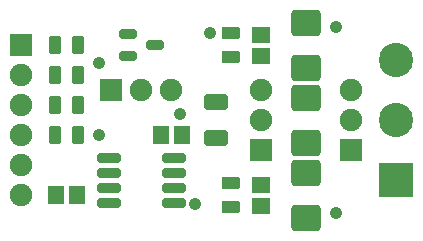
<source format=gbr>
%TF.GenerationSoftware,Altium Limited,Altium Designer,21.3.0 (21)*%
G04 Layer_Color=8388736*
%FSLAX45Y45*%
%MOMM*%
%TF.SameCoordinates,FC24DA46-C209-461C-A341-196A143AB96F*%
%TF.FilePolarity,Negative*%
%TF.FileFunction,Soldermask,Top*%
%TF.Part,Single*%
G01*
G75*
%TA.AperFunction,ComponentPad*%
%ADD29C,1.90320*%
%ADD30R,1.90320X1.90320*%
%ADD31R,2.90320X2.90320*%
%ADD32C,2.90320*%
%ADD33R,1.90320X1.90320*%
%TA.AperFunction,ViaPad*%
%ADD34C,1.06680*%
%TA.AperFunction,SMDPad,CuDef*%
G04:AMPARAMS|DCode=39|XSize=1.4732mm|YSize=0.8032mm|CornerRadius=0.1616mm|HoleSize=0mm|Usage=FLASHONLY|Rotation=0.000|XOffset=0mm|YOffset=0mm|HoleType=Round|Shape=RoundedRectangle|*
%AMROUNDEDRECTD39*
21,1,1.47320,0.48000,0,0,0.0*
21,1,1.15000,0.80320,0,0,0.0*
1,1,0.32320,0.57500,-0.24000*
1,1,0.32320,-0.57500,-0.24000*
1,1,0.32320,-0.57500,0.24000*
1,1,0.32320,0.57500,0.24000*
%
%ADD39ROUNDEDRECTD39*%
G04:AMPARAMS|DCode=40|XSize=0.8032mm|YSize=1.9812mm|CornerRadius=0.1616mm|HoleSize=0mm|Usage=FLASHONLY|Rotation=90.000|XOffset=0mm|YOffset=0mm|HoleType=Round|Shape=RoundedRectangle|*
%AMROUNDEDRECTD40*
21,1,0.80320,1.65800,0,0,90.0*
21,1,0.48000,1.98120,0,0,90.0*
1,1,0.32320,0.82900,0.24000*
1,1,0.32320,0.82900,-0.24000*
1,1,0.32320,-0.82900,-0.24000*
1,1,0.32320,-0.82900,0.24000*
%
%ADD40ROUNDEDRECTD40*%
G04:AMPARAMS|DCode=41|XSize=2.4892mm|YSize=2.2352mm|CornerRadius=0.3048mm|HoleSize=0mm|Usage=FLASHONLY|Rotation=0.000|XOffset=0mm|YOffset=0mm|HoleType=Round|Shape=RoundedRectangle|*
%AMROUNDEDRECTD41*
21,1,2.48920,1.62560,0,0,0.0*
21,1,1.87960,2.23520,0,0,0.0*
1,1,0.60960,0.93980,-0.81280*
1,1,0.60960,-0.93980,-0.81280*
1,1,0.60960,-0.93980,0.81280*
1,1,0.60960,0.93980,0.81280*
%
%ADD41ROUNDEDRECTD41*%
G04:AMPARAMS|DCode=42|XSize=2.0032mm|YSize=1.3032mm|CornerRadius=0.2116mm|HoleSize=0mm|Usage=FLASHONLY|Rotation=0.000|XOffset=0mm|YOffset=0mm|HoleType=Round|Shape=RoundedRectangle|*
%AMROUNDEDRECTD42*
21,1,2.00320,0.88000,0,0,0.0*
21,1,1.58000,1.30320,0,0,0.0*
1,1,0.42320,0.79000,-0.44000*
1,1,0.42320,-0.79000,-0.44000*
1,1,0.42320,-0.79000,0.44000*
1,1,0.42320,0.79000,0.44000*
%
%ADD42ROUNDEDRECTD42*%
G04:AMPARAMS|DCode=43|XSize=1.6032mm|YSize=1.0032mm|CornerRadius=0.1816mm|HoleSize=0mm|Usage=FLASHONLY|Rotation=90.000|XOffset=0mm|YOffset=0mm|HoleType=Round|Shape=RoundedRectangle|*
%AMROUNDEDRECTD43*
21,1,1.60320,0.64000,0,0,90.0*
21,1,1.24000,1.00320,0,0,90.0*
1,1,0.36320,0.32000,0.62000*
1,1,0.36320,0.32000,-0.62000*
1,1,0.36320,-0.32000,-0.62000*
1,1,0.36320,-0.32000,0.62000*
%
%ADD43ROUNDEDRECTD43*%
G04:AMPARAMS|DCode=44|XSize=1.6032mm|YSize=1.4032mm|CornerRadius=0.2216mm|HoleSize=0mm|Usage=FLASHONLY|Rotation=0.000|XOffset=0mm|YOffset=0mm|HoleType=Round|Shape=RoundedRectangle|*
%AMROUNDEDRECTD44*
21,1,1.60320,0.96000,0,0,0.0*
21,1,1.16000,1.40320,0,0,0.0*
1,1,0.44320,0.58000,-0.48000*
1,1,0.44320,-0.58000,-0.48000*
1,1,0.44320,-0.58000,0.48000*
1,1,0.44320,0.58000,0.48000*
%
%ADD44ROUNDEDRECTD44*%
G04:AMPARAMS|DCode=45|XSize=1.6032mm|YSize=1.4032mm|CornerRadius=0.2216mm|HoleSize=0mm|Usage=FLASHONLY|Rotation=270.000|XOffset=0mm|YOffset=0mm|HoleType=Round|Shape=RoundedRectangle|*
%AMROUNDEDRECTD45*
21,1,1.60320,0.96000,0,0,270.0*
21,1,1.16000,1.40320,0,0,270.0*
1,1,0.44320,-0.48000,-0.58000*
1,1,0.44320,-0.48000,0.58000*
1,1,0.44320,0.48000,0.58000*
1,1,0.44320,0.48000,-0.58000*
%
%ADD45ROUNDEDRECTD45*%
G04:AMPARAMS|DCode=46|XSize=1.6032mm|YSize=1.0032mm|CornerRadius=0.1816mm|HoleSize=0mm|Usage=FLASHONLY|Rotation=0.000|XOffset=0mm|YOffset=0mm|HoleType=Round|Shape=RoundedRectangle|*
%AMROUNDEDRECTD46*
21,1,1.60320,0.64000,0,0,0.0*
21,1,1.24000,1.00320,0,0,0.0*
1,1,0.36320,0.62000,-0.32000*
1,1,0.36320,-0.62000,-0.32000*
1,1,0.36320,-0.62000,0.32000*
1,1,0.36320,0.62000,0.32000*
%
%ADD46ROUNDEDRECTD46*%
D29*
X22860001Y19177000D02*
D03*
Y19431000D02*
D03*
Y19685001D02*
D03*
Y19939000D02*
D03*
Y20192999D02*
D03*
X25654001Y20066000D02*
D03*
Y19812000D02*
D03*
X24130000Y20066000D02*
D03*
X23875999D02*
D03*
X24892000Y19812000D02*
D03*
Y20066000D02*
D03*
D30*
X22860001Y20447000D02*
D03*
X23622000Y20066000D02*
D03*
D31*
X26035001Y19303999D02*
D03*
D32*
Y19812000D02*
D03*
Y20320000D02*
D03*
D33*
X25654001Y19558000D02*
D03*
X24892000D02*
D03*
D34*
X23520399Y19685001D02*
D03*
Y20294600D02*
D03*
X24206200Y19862801D02*
D03*
X24333200Y19100800D02*
D03*
X24460201Y20548599D02*
D03*
X25527000Y19024600D02*
D03*
Y20599400D02*
D03*
D39*
X23761000Y20542000D02*
D03*
Y20352000D02*
D03*
X23991000Y20447000D02*
D03*
D40*
X23603500Y19494501D02*
D03*
Y19367500D02*
D03*
Y19240500D02*
D03*
Y19113499D02*
D03*
X24148500Y19494501D02*
D03*
Y19367500D02*
D03*
Y19240500D02*
D03*
Y19113499D02*
D03*
D41*
X25273000Y19367500D02*
D03*
Y18986501D02*
D03*
Y20637500D02*
D03*
Y20256500D02*
D03*
Y19621500D02*
D03*
Y20002499D02*
D03*
D42*
X24511000Y19967000D02*
D03*
Y19657001D02*
D03*
D43*
X23141000Y20192999D02*
D03*
X23341000D02*
D03*
Y20447000D02*
D03*
X23141000D02*
D03*
X23341000Y19939000D02*
D03*
X23141000D02*
D03*
X23341000Y19685001D02*
D03*
X23141000D02*
D03*
D44*
X24892000Y19087000D02*
D03*
Y19267000D02*
D03*
Y20357001D02*
D03*
Y20537000D02*
D03*
D45*
X23150999Y19177000D02*
D03*
X23331000D02*
D03*
X24220000Y19685001D02*
D03*
X24039999D02*
D03*
D46*
X24638000Y20547000D02*
D03*
Y20347000D02*
D03*
Y19277000D02*
D03*
Y19077000D02*
D03*
%TF.MD5,a6312dbafee65d2c67434408240f689f*%
M02*

</source>
